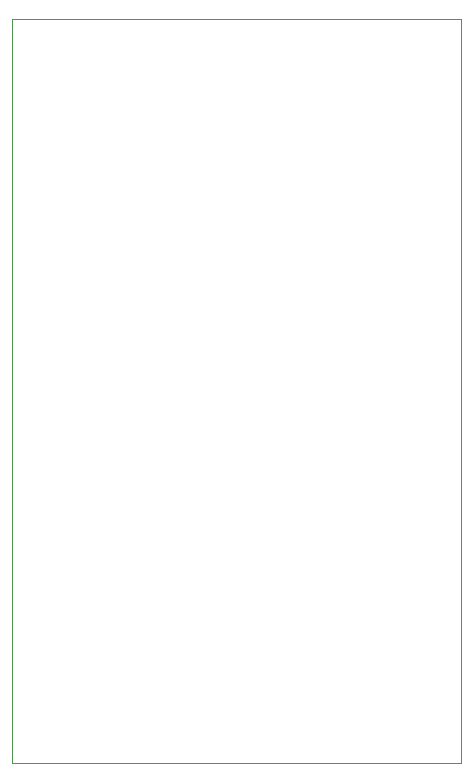
<source format=gbr>
%TF.GenerationSoftware,KiCad,Pcbnew,7.0.6*%
%TF.CreationDate,2025-04-22T02:23:43+09:00*%
%TF.ProjectId,Moving_V4_ESP,4d6f7669-6e67-45f5-9634-5f4553502e6b,rev?*%
%TF.SameCoordinates,Original*%
%TF.FileFunction,Profile,NP*%
%FSLAX46Y46*%
G04 Gerber Fmt 4.6, Leading zero omitted, Abs format (unit mm)*
G04 Created by KiCad (PCBNEW 7.0.6) date 2025-04-22 02:23:43*
%MOMM*%
%LPD*%
G01*
G04 APERTURE LIST*
%TA.AperFunction,Profile*%
%ADD10C,0.100000*%
%TD*%
G04 APERTURE END LIST*
D10*
X100000000Y-163000000D02*
X100000000Y-100000000D01*
X138000000Y-100000000D02*
X138000000Y-163000000D01*
X100000000Y-100000000D02*
X138000000Y-100000000D01*
X100000000Y-163000000D02*
X138000000Y-163000000D01*
M02*

</source>
